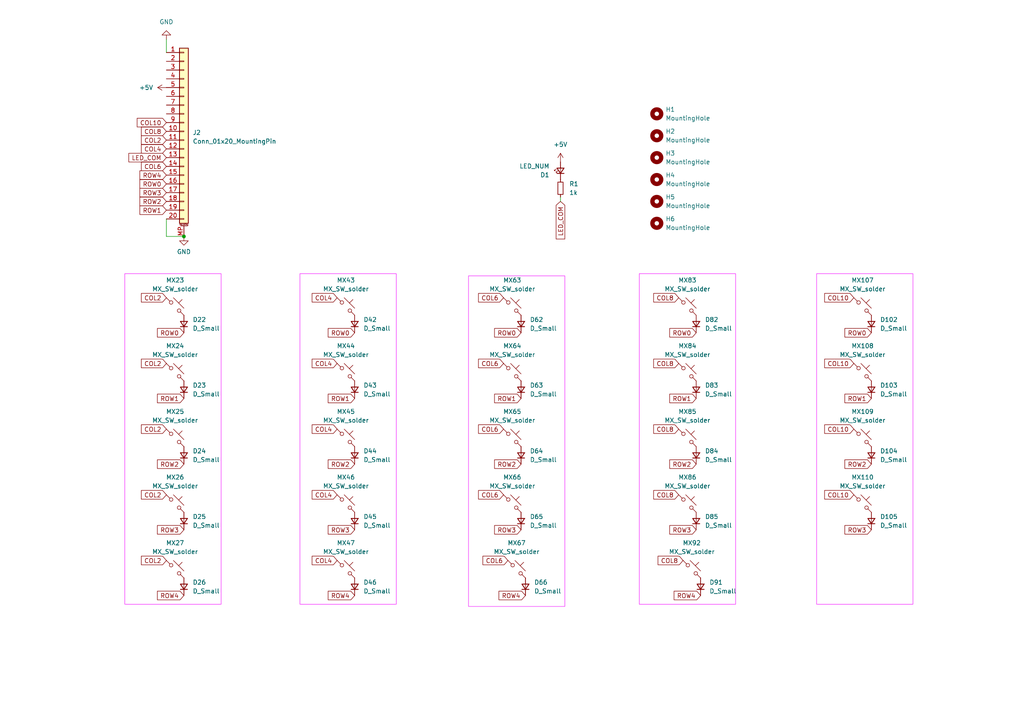
<source format=kicad_sch>
(kicad_sch (version 20231120) (generator "eeschema") (generator_version "8.0")
  (paper "A4")
  (lib_symbols
    (symbol "Connector_Generic_MountingPin:Conn_01x20_MountingPin" (pin_names (offset 1.016) hide)
      (property "Reference" "J" (at 0 25.4 0))
      (property "Value" "Conn_01x20_MountingPin" (at 1.27 -27.94 0))
      (symbol "Conn_01x20_MountingPin_1_1"
        (rectangle (start -1.27 -25.273) (end 0 -25.527) (stroke (width 0.1524)))
        (rectangle (start -1.27 -22.733) (end 0 -22.987) (stroke (width 0.1524)))
        (rectangle (start -1.27 -20.193) (end 0 -20.447) (stroke (width 0.1524)))
        (rectangle (start -1.27 -17.653) (end 0 -17.907) (stroke (width 0.1524)))
        (rectangle (start -1.27 -15.113) (end 0 -15.367) (stroke (width 0.1524)))
        (rectangle (start -1.27 -12.573) (end 0 -12.827) (stroke (width 0.1524)))
        (rectangle (start -1.27 -10.033) (end 0 -10.287) (stroke (width 0.1524)))
        (rectangle (start -1.27 -7.493) (end 0 -7.747) (stroke (width 0.1524)))
        (rectangle (start -1.27 -4.953) (end 0 -5.207) (stroke (width 0.1524)))
        (rectangle (start -1.27 -2.413) (end 0 -2.667) (stroke (width 0.1524)))
        (rectangle (start -1.27 0.127) (end 0 -0.127) (stroke (width 0.1524)))
        (rectangle (start -1.27 2.667) (end 0 2.413) (stroke (width 0.1524)))
        (rectangle (start -1.27 5.207) (end 0 4.953) (stroke (width 0.1524)))
        (rectangle (start -1.27 7.747) (end 0 7.493) (stroke (width 0.1524)))
        (rectangle (start -1.27 10.287) (end 0 10.033) (stroke (width 0.1524)))
        (rectangle (start -1.27 12.827) (end 0 12.573) (stroke (width 0.1524)))
        (rectangle (start -1.27 15.367) (end 0 15.113) (stroke (width 0.1524)))
        (rectangle (start -1.27 17.907) (end 0 17.653) (stroke (width 0.1524)))
        (rectangle (start -1.27 20.447) (end 0 20.193) (stroke (width 0.1524)))
        (rectangle (start -1.27 22.987) (end 0 22.733) (stroke (width 0.1524)))
        (rectangle (start -1.27 24.13) (end 1.27 -26.67) (stroke (width 0.254)) (fill (type background)))
        (polyline (pts (xy -1.016 -27.432) (xy 1.016 -27.432)) (stroke (width 0.1524)))
        (text "Mounting" (at 0 -27.051 0) (effects (font (size 0.381 0.381))))
        (pin passive line (at -5.08 22.86 0) (length 3.81) (name "Pin_1") (number "1"))
        (pin passive line (at -5.08 0 0) (length 3.81) (name "Pin_10") (number "10"))
        (pin passive line (at -5.08 -2.54 0) (length 3.81) (name "Pin_11") (number "11"))
        (pin passive line (at -5.08 -5.08 0) (length 3.81) (name "Pin_12") (number "12"))
        (pin passive line (at -5.08 -7.62 0) (length 3.81) (name "Pin_13") (number "13"))
        (pin passive line (at -5.08 -10.16 0) (length 3.81) (name "Pin_14") (number "14"))
        (pin passive line (at -5.08 -12.7 0) (length 3.81) (name "Pin_15") (number "15"))
        (pin passive line (at -5.08 -15.24 0) (length 3.81) (name "Pin_16") (number "16"))
        (pin passive line (at -5.08 -17.78 0) (length 3.81) (name "Pin_17") (number "17"))
        (pin passive line (at -5.08 -20.32 0) (length 3.81) (name "Pin_18") (number "18"))
        (pin passive line (at -5.08 -22.86 0) (length 3.81) (name "Pin_19") (number "19"))
        (pin passive line (at -5.08 20.32 0) (length 3.81) (name "Pin_2") (number "2"))
        (pin passive line (at -5.08 -25.4 0) (length 3.81) (name "Pin_20") (number "20"))
        (pin passive line (at -5.08 17.78 0) (length 3.81) (name "Pin_3") (number "3"))
        (pin passive line (at -5.08 15.24 0) (length 3.81) (name "Pin_4") (number "4"))
        (pin passive line (at -5.08 12.7 0) (length 3.81) (name "Pin_5") (number "5"))
        (pin passive line (at -5.08 10.16 0) (length 3.81) (name "Pin_6") (number "6"))
        (pin passive line (at -5.08 7.62 0) (length 3.81) (name "Pin_7") (number "7"))
        (pin passive line (at -5.08 5.08 0) (length 3.81) (name "Pin_8") (number "8"))
        (pin passive line (at -5.08 2.54 0) (length 3.81) (name "Pin_9") (number "9"))
        (pin passive line (at 0 -30.48 90) (length 3.048) (name "MountPin") (number "MP"))
      )
    )
    (symbol "Device:D_Small" (pin_numbers hide) (pin_names (offset 0.254) hide)
      (property "Reference" "D" (at -1.27 2.032 0))
      (property "Value" "D_Small" (at -3.81 -2.032 0))
      (symbol "D_Small_0_1"
        (polyline (pts (xy -0.762 -1.016) (xy -0.762 1.016)) (stroke (width 0.254)))
        (polyline (pts (xy -0.762 0) (xy 0.762 0)))
        (polyline (pts (xy 0.762 -1.016) (xy -0.762 0) (xy 0.762 1.016) (xy 0.762 -1.016)) (stroke (width 0.254)))
      )
      (symbol "D_Small_1_1"
        (pin passive line (at -2.54 0 0) (length 1.778) (name "K") (number "1"))
        (pin passive line (at 2.54 0 180) (length 1.778) (name "A") (number "2"))
      )
    )
    (symbol "Device:LED_Small" (pin_numbers hide) (pin_names (offset 0.254) hide)
      (property "Reference" "D" (at -1.27 3.175 0))
      (property "Value" "LED_Small" (at -4.445 -2.54 0))
      (symbol "LED_Small_0_1"
        (polyline (pts (xy -0.762 -1.016) (xy -0.762 1.016)) (stroke (width 0.254)))
        (polyline (pts (xy 1.016 0) (xy -0.762 0)))
        (polyline (pts (xy 0.762 -1.016) (xy -0.762 0) (xy 0.762 1.016) (xy 0.762 -1.016)) (stroke (width 0.254)))
        (polyline (pts (xy 0 0.762) (xy -0.508 1.27) (xy -0.254 1.27) (xy -0.508 1.27) (xy -0.508 1.016)))
        (polyline (pts (xy 0.508 1.27) (xy 0 1.778) (xy 0.254 1.778) (xy 0 1.778) (xy 0 1.524)))
      )
      (symbol "LED_Small_1_1"
        (pin passive line (at -2.54 0 0) (length 1.778) (name "K") (number "1"))
        (pin passive line (at 2.54 0 180) (length 1.778) (name "A") (number "2"))
      )
    )
    (symbol "Device:R_Small" (pin_numbers hide) (pin_names (offset 0.254) hide)
      (property "Reference" "R" (at 0.762 0.508 0))
      (property "Value" "R_Small" (at 0.762 -1.016 0))
      (symbol "R_Small_0_1"
        (rectangle (start -0.762 1.778) (end 0.762 -1.778) (stroke (width 0.2032)))
      )
      (symbol "R_Small_1_1"
        (pin passive line (at 0 2.54 270) (length 0.762) (name "~") (number "1"))
        (pin passive line (at 0 -2.54 90) (length 0.762) (name "~") (number "2"))
      )
    )
    (symbol "Mechanical:MountingHole" (pin_names (offset 1.016)) (exclude_from_sim yes) (in_bom no)
      (property "Reference" "H" (at 0 5.08 0))
      (property "Value" "MountingHole" (at 0 3.175 0))
      (symbol "MountingHole_0_1"
        (circle (center 0 0) (radius 1.27) (stroke (width 1.27)))
      )
    )
    (symbol "PCM_marbastlib-mx:MX_SW_solder" (pin_numbers hide) (pin_names (offset 1.016) hide)
      (property "Reference" "MX" (at 3.048 1.016 0))
      (property "Value" "MX_SW_solder" (at 0 -3.81 0))
      (symbol "MX_SW_solder_0_1"
        (circle (center -1.1684 1.1684) (radius 0.508))
        (polyline (pts (xy -0.508 2.54) (xy 2.54 -0.508)))
        (polyline (pts (xy 1.016 1.016) (xy 2.032 2.032)))
        (polyline (pts (xy -2.54 2.54) (xy -1.524 1.524) (xy -1.524 1.524)))
        (polyline (pts (xy 1.524 -1.524) (xy 2.54 -2.54) (xy 2.54 -2.54) (xy 2.54 -2.54)))
        (circle (center 1.143 -1.1938) (radius 0.508))
        (pin passive line (at -2.54 2.54 0) (length 0) (name "1") (number "1"))
        (pin passive line (at 2.54 -2.54 180) (length 0) (name "2") (number "2"))
      )
    )
    (symbol "power:+5V" (power) (pin_names (offset 0))
      (property "Value" "+5V" (at 0 3.556 0))
      (symbol "+5V_0_1"
        (polyline (pts (xy -0.762 1.27) (xy 0 2.54)))
        (polyline (pts (xy 0 0) (xy 0 2.54)))
        (polyline (pts (xy 0 2.54) (xy 0.762 1.27)))
      )
      (symbol "+5V_1_1"
        (pin power_in line (at 0 0 90) (length 0) hide (name "+5V") (number "1"))
      )
    )
    (symbol "power:GND" (power) (pin_names (offset 0))
      (property "Value" "GND" (at 0 -3.81 0))
      (symbol "GND_0_1"
        (polyline (pts (xy 0 0) (xy 0 -1.27) (xy 1.27 -1.27) (xy 0 -2.54) (xy -1.27 -1.27) (xy 0 -1.27)))
      )
      (symbol "GND_1_1"
        (pin power_in line (at 0 0 270) (length 0) hide (name "GND") (number "1"))
      )
    )
  )
  (junction (at 53.34 68.58))
  (wire (pts (xy 162.56 57.15) (xy 162.56 58.42)))
  (wire (pts (xy 48.26 11.43) (xy 48.26 15.24)))
  (wire (pts (xy 48.26 68.58) (xy 53.34 68.58)))
  (wire (pts (xy 48.26 63.5) (xy 48.26 68.58)))
  (rectangle (start 185.42 79.375) (end 213.36 175.26) (stroke (width 0) (color 243 46 255 1)))
  (rectangle (start 236.855 79.375) (end 264.795 175.26) (stroke (width 0) (color 243 46 255 1)))
  (rectangle (start 86.995 79.375) (end 114.935 175.26) (stroke (width 0) (color 243 46 255 1)))
  (rectangle (start 135.89 80.01) (end 163.83 175.895) (stroke (width 0) (color 243 46 255 1)))
  (rectangle (start 36.195 79.375) (end 64.135 175.26) (stroke (width 0) (color 243 46 255 1)))
  (global_label "ROW0" (shape input) (at 48.26 53.34 180) (property "Intersheetrefs" "${INTERSHEET_REFS}" (effects (hide yes))))
  (global_label "LED_COM" (shape input) (at 48.26 45.72 180) (property "Intersheetrefs" "${INTERSHEET_REFS}" (effects (hide yes))))
  (global_label "COL2" (shape input) (at 48.26 124.46 180) (property "Intersheetrefs" "${INTERSHEET_REFS}" (effects (hide yes))))
  (global_label "COL6" (shape input) (at 147.32 162.56 180) (property "Intersheetrefs" "${INTERSHEET_REFS}" (effects (hide yes))))
  (global_label "ROW1" (shape input) (at 53.34 115.57 180) (property "Intersheetrefs" "${INTERSHEET_REFS}" (effects (hide yes))))
  (global_label "ROW3" (shape input) (at 151.13 153.67 180) (property "Intersheetrefs" "${INTERSHEET_REFS}" (effects (hide yes))))
  (global_label "ROW0" (shape input) (at 201.93 96.52 180) (property "Intersheetrefs" "${INTERSHEET_REFS}" (effects (hide yes))))
  (global_label "ROW1" (shape input) (at 48.26 60.96 180) (property "Intersheetrefs" "${INTERSHEET_REFS}" (effects (hide yes))))
  (global_label "ROW4" (shape input) (at 48.26 50.8 180) (property "Intersheetrefs" "${INTERSHEET_REFS}" (effects (hide yes))))
  (global_label "ROW2" (shape input) (at 252.73 134.62 180) (property "Intersheetrefs" "${INTERSHEET_REFS}" (effects (hide yes))))
  (global_label "ROW4" (shape input) (at 152.4 172.72 180) (property "Intersheetrefs" "${INTERSHEET_REFS}" (effects (hide yes))))
  (global_label "ROW3" (shape input) (at 252.73 153.67 180) (property "Intersheetrefs" "${INTERSHEET_REFS}" (effects (hide yes))))
  (global_label "ROW2" (shape input) (at 151.13 134.62 180) (property "Intersheetrefs" "${INTERSHEET_REFS}" (effects (hide yes))))
  (global_label "LED_COM" (shape input) (at 162.56 58.42 270) (property "Intersheetrefs" "${INTERSHEET_REFS}" (effects (hide yes))))
  (global_label "ROW4" (shape input) (at 53.34 172.72 180) (property "Intersheetrefs" "${INTERSHEET_REFS}" (effects (hide yes))))
  (global_label "COL4" (shape input) (at 97.79 162.56 180) (property "Intersheetrefs" "${INTERSHEET_REFS}" (effects (hide yes))))
  (global_label "COL6" (shape input) (at 146.05 105.41 180) (property "Intersheetrefs" "${INTERSHEET_REFS}" (effects (hide yes))))
  (global_label "COL4" (shape input) (at 97.79 86.36 180) (property "Intersheetrefs" "${INTERSHEET_REFS}" (effects (hide yes))))
  (global_label "COL10" (shape input) (at 247.65 86.36 180) (property "Intersheetrefs" "${INTERSHEET_REFS}" (effects (hide yes))))
  (global_label "COL6" (shape input) (at 146.05 86.36 180) (property "Intersheetrefs" "${INTERSHEET_REFS}" (effects (hide yes))))
  (global_label "COL2" (shape input) (at 48.26 162.56 180) (property "Intersheetrefs" "${INTERSHEET_REFS}" (effects (hide yes))))
  (global_label "COL10" (shape input) (at 48.26 35.56 180) (property "Intersheetrefs" "${INTERSHEET_REFS}" (effects (hide yes))))
  (global_label "COL4" (shape input) (at 97.79 143.51 180) (property "Intersheetrefs" "${INTERSHEET_REFS}" (effects (hide yes))))
  (global_label "COL4" (shape input) (at 48.26 43.18 180) (property "Intersheetrefs" "${INTERSHEET_REFS}" (effects (hide yes))))
  (global_label "ROW0" (shape input) (at 53.34 96.52 180) (property "Intersheetrefs" "${INTERSHEET_REFS}" (effects (hide yes))))
  (global_label "COL10" (shape input) (at 247.65 105.41 180) (property "Intersheetrefs" "${INTERSHEET_REFS}" (effects (hide yes))))
  (global_label "ROW3" (shape input) (at 53.34 153.67 180) (property "Intersheetrefs" "${INTERSHEET_REFS}" (effects (hide yes))))
  (global_label "COL8" (shape input) (at 198.12 162.56 180) (property "Intersheetrefs" "${INTERSHEET_REFS}" (effects (hide yes))))
  (global_label "ROW3" (shape input) (at 48.26 55.88 180) (property "Intersheetrefs" "${INTERSHEET_REFS}" (effects (hide yes))))
  (global_label "ROW0" (shape input) (at 151.13 96.52 180) (property "Intersheetrefs" "${INTERSHEET_REFS}" (effects (hide yes))))
  (global_label "ROW0" (shape input) (at 102.87 96.52 180) (property "Intersheetrefs" "${INTERSHEET_REFS}" (effects (hide yes))))
  (global_label "COL4" (shape input) (at 97.79 105.41 180) (property "Intersheetrefs" "${INTERSHEET_REFS}" (effects (hide yes))))
  (global_label "COL8" (shape input) (at 196.85 143.51 180) (property "Intersheetrefs" "${INTERSHEET_REFS}" (effects (hide yes))))
  (global_label "COL6" (shape input) (at 48.26 48.26 180) (property "Intersheetrefs" "${INTERSHEET_REFS}" (effects (hide yes))))
  (global_label "ROW0" (shape input) (at 252.73 96.52 180) (property "Intersheetrefs" "${INTERSHEET_REFS}" (effects (hide yes))))
  (global_label "COL6" (shape input) (at 146.05 143.51 180) (property "Intersheetrefs" "${INTERSHEET_REFS}" (effects (hide yes))))
  (global_label "COL6" (shape input) (at 146.05 124.46 180) (property "Intersheetrefs" "${INTERSHEET_REFS}" (effects (hide yes))))
  (global_label "COL8" (shape input) (at 196.85 86.36 180) (property "Intersheetrefs" "${INTERSHEET_REFS}" (effects (hide yes))))
  (global_label "ROW2" (shape input) (at 53.34 134.62 180) (property "Intersheetrefs" "${INTERSHEET_REFS}" (effects (hide yes))))
  (global_label "ROW1" (shape input) (at 102.87 115.57 180) (property "Intersheetrefs" "${INTERSHEET_REFS}" (effects (hide yes))))
  (global_label "COL10" (shape input) (at 247.65 124.46 180) (property "Intersheetrefs" "${INTERSHEET_REFS}" (effects (hide yes))))
  (global_label "ROW2" (shape input) (at 201.93 134.62 180) (property "Intersheetrefs" "${INTERSHEET_REFS}" (effects (hide yes))))
  (global_label "COL4" (shape input) (at 97.79 124.46 180) (property "Intersheetrefs" "${INTERSHEET_REFS}" (effects (hide yes))))
  (global_label "ROW3" (shape input) (at 102.87 153.67 180) (property "Intersheetrefs" "${INTERSHEET_REFS}" (effects (hide yes))))
  (global_label "ROW1" (shape input) (at 252.73 115.57 180) (property "Intersheetrefs" "${INTERSHEET_REFS}" (effects (hide yes))))
  (global_label "ROW2" (shape input) (at 48.26 58.42 180) (property "Intersheetrefs" "${INTERSHEET_REFS}" (effects (hide yes))))
  (global_label "COL2" (shape input) (at 48.26 40.64 180) (property "Intersheetrefs" "${INTERSHEET_REFS}" (effects (hide yes))))
  (global_label "ROW2" (shape input) (at 102.87 134.62 180) (property "Intersheetrefs" "${INTERSHEET_REFS}" (effects (hide yes))))
  (global_label "COL2" (shape input) (at 48.26 143.51 180) (property "Intersheetrefs" "${INTERSHEET_REFS}" (effects (hide yes))))
  (global_label "COL10" (shape input) (at 247.65 143.51 180) (property "Intersheetrefs" "${INTERSHEET_REFS}" (effects (hide yes))))
  (global_label "COL2" (shape input) (at 48.26 86.36 180) (property "Intersheetrefs" "${INTERSHEET_REFS}" (effects (hide yes))))
  (global_label "ROW4" (shape input) (at 102.87 172.72 180) (property "Intersheetrefs" "${INTERSHEET_REFS}" (effects (hide yes))))
  (global_label "ROW4" (shape input) (at 203.2 172.72 180) (property "Intersheetrefs" "${INTERSHEET_REFS}" (effects (hide yes))))
  (global_label "COL8" (shape input) (at 196.85 124.46 180) (property "Intersheetrefs" "${INTERSHEET_REFS}" (effects (hide yes))))
  (global_label "ROW3" (shape input) (at 201.93 153.67 180) (property "Intersheetrefs" "${INTERSHEET_REFS}" (effects (hide yes))))
  (global_label "COL8" (shape input) (at 48.26 38.1 180) (property "Intersheetrefs" "${INTERSHEET_REFS}" (effects (hide yes))))
  (global_label "ROW1" (shape input) (at 151.13 115.57 180) (property "Intersheetrefs" "${INTERSHEET_REFS}" (effects (hide yes))))
  (global_label "COL2" (shape input) (at 48.26 105.41 180) (property "Intersheetrefs" "${INTERSHEET_REFS}" (effects (hide yes))))
  (global_label "COL8" (shape input) (at 196.85 105.41 180) (property "Intersheetrefs" "${INTERSHEET_REFS}" (effects (hide yes))))
  (global_label "ROW1" (shape input) (at 201.93 115.57 180) (property "Intersheetrefs" "${INTERSHEET_REFS}" (effects (hide yes))))
  (symbol (lib_id "Device:D_Small") (at 201.93 132.08 90) (unit 1)
    (property "Reference" "D84" (at 204.47 130.8099 90) (effects (justify right)))
    (property "Value" "D_Small" (at 204.47 133.3499 90) (effects (justify right)))
    (property "Footprint" "mx-unsaver:D_SOD-123_ShiftedSilkscreen" (effects (hide yes)))
    (property "Description" "Diode, small symbol" (effects (hide yes)))
    (property "Sim.Device" "D" (effects (hide yes)))
    (property "Sim.Pins" "1=K 2=A" (effects (hide yes)))
    (property "Digikey" "1N4148W-FDICT-ND" (effects (hide yes)))
  )
  (symbol (lib_id "Device:D_Small") (at 151.13 113.03 90) (unit 1)
    (property "Reference" "D63" (at 153.67 111.7599 90) (effects (justify right)))
    (property "Value" "D_Small" (at 153.67 114.2999 90) (effects (justify right)))
    (property "Footprint" "mx-unsaver:D_SOD-123_ShiftedSilkscreen" (effects (hide yes)))
    (property "Description" "Diode, small symbol" (effects (hide yes)))
    (property "Sim.Device" "D" (effects (hide yes)))
    (property "Sim.Pins" "1=K 2=A" (effects (hide yes)))
    (property "Digikey" "1N4148W-FDICT-ND" (effects (hide yes)))
  )
  (symbol (lib_id "Connector_Generic_MountingPin:Conn_01x20_MountingPin") (at 53.34 38.1 0) (unit 1)
    (property "Reference" "J2" (at 55.88 38.4555 0) (effects (justify left)))
    (property "Value" "Conn_01x20_MountingPin" (at 55.88 40.9955 0) (effects (justify left)))
    (property "Footprint" "mx-unsaver:CONN-SMD_20P-P0.50_10051922-2010ELF" (effects (hide yes)))
    (property "Description" "Generic connectable mounting pin connector, single row, 01x20, script generated (kicad-library-utils/schlib/autogen/connector/)" (effects (hide yes)))
    (property "Digikey" "609-10051922-2010ELFCT-ND" (effects (hide yes)))
  )
  (symbol (lib_id "PCM_marbastlib-mx:MX_SW_solder") (at 50.8 165.1 0) (unit 1)
    (property "Reference" "MX27" (at 50.8 157.48 0))
    (property "Value" "MX_SW_solder" (at 50.8 160.02 0))
    (property "Footprint" "mx-unsaver:SW_MX_1u_PCBMount" (effects (hide yes)))
    (property "Description" "Push button switch, normally open, two pins, 45° tilted" (effects (hide yes)))
  )
  (symbol (lib_id "Device:D_Small") (at 151.13 132.08 90) (unit 1)
    (property "Reference" "D64" (at 153.67 130.8099 90) (effects (justify right)))
    (property "Value" "D_Small" (at 153.67 133.3499 90) (effects (justify right)))
    (property "Footprint" "mx-unsaver:D_SOD-123_ShiftedSilkscreen" (effects (hide yes)))
    (property "Description" "Diode, small symbol" (effects (hide yes)))
    (property "Sim.Device" "D" (effects (hide yes)))
    (property "Sim.Pins" "1=K 2=A" (effects (hide yes)))
    (property "Digikey" "1N4148W-FDICT-ND" (effects (hide yes)))
  )
  (symbol (lib_id "PCM_marbastlib-mx:MX_SW_solder") (at 100.33 165.1 0) (unit 1)
    (property "Reference" "MX47" (at 100.33 157.48 0))
    (property "Value" "MX_SW_solder" (at 100.33 160.02 0))
    (property "Footprint" "mx-unsaver:SW_MX_1u_PCBMount" (effects (hide yes)))
    (property "Description" "Push button switch, normally open, two pins, 45° tilted" (effects (hide yes)))
  )
  (symbol (lib_id "Device:D_Small") (at 252.73 93.98 90) (unit 1)
    (property "Reference" "D102" (at 255.27 92.7099 90) (effects (justify right)))
    (property "Value" "D_Small" (at 255.27 95.2499 90) (effects (justify right)))
    (property "Footprint" "mx-unsaver:D_SOD-123_ShiftedSilkscreen" (effects (hide yes)))
    (property "Description" "Diode, small symbol" (effects (hide yes)))
    (property "Sim.Device" "D" (effects (hide yes)))
    (property "Sim.Pins" "1=K 2=A" (effects (hide yes)))
    (property "Digikey" "1N4148W-FDICT-ND" (effects (hide yes)))
  )
  (symbol (lib_id "Device:D_Small") (at 53.34 93.98 90) (unit 1)
    (property "Reference" "D22" (at 55.88 92.7099 90) (effects (justify right)))
    (property "Value" "D_Small" (at 55.88 95.2499 90) (effects (justify right)))
    (property "Footprint" "mx-unsaver:D_SOD-123_ShiftedSilkscreen" (effects (hide yes)))
    (property "Description" "Diode, small symbol" (effects (hide yes)))
    (property "Sim.Device" "D" (effects (hide yes)))
    (property "Sim.Pins" "1=K 2=A" (effects (hide yes)))
    (property "Digikey" "1N4148W-FDICT-ND" (effects (hide yes)))
  )
  (symbol (lib_id "PCM_marbastlib-mx:MX_SW_solder") (at 250.19 146.05 0) (unit 1)
    (property "Reference" "MX110" (at 250.19 138.43 0))
    (property "Value" "MX_SW_solder" (at 250.19 140.97 0))
    (property "Footprint" "mx-unsaver:SW_MX_1u_PCBMount" (effects (hide yes)))
    (property "Description" "Push button switch, normally open, two pins, 45° tilted" (effects (hide yes)))
  )
  (symbol (lib_id "PCM_marbastlib-mx:MX_SW_solder") (at 199.39 88.9 0) (unit 1)
    (property "Reference" "MX83" (at 199.39 81.28 0))
    (property "Value" "MX_SW_solder" (at 199.39 83.82 0))
    (property "Footprint" "mx-unsaver:SW_MX_1u_PCBMount" (effects (hide yes)))
    (property "Description" "Push button switch, normally open, two pins, 45° tilted" (effects (hide yes)))
  )
  (symbol (lib_id "PCM_marbastlib-mx:MX_SW_solder") (at 100.33 127 0) (unit 1)
    (property "Reference" "MX45" (at 100.33 119.38 0))
    (property "Value" "MX_SW_solder" (at 100.33 121.92 0))
    (property "Footprint" "mx-unsaver:SW_MX_1u_PCBMount" (effects (hide yes)))
    (property "Description" "Push button switch, normally open, two pins, 45° tilted" (effects (hide yes)))
  )
  (symbol (lib_id "PCM_marbastlib-mx:MX_SW_solder") (at 100.33 107.95 0) (unit 1)
    (property "Reference" "MX44" (at 100.33 100.33 0))
    (property "Value" "MX_SW_solder" (at 100.33 102.87 0))
    (property "Footprint" "mx-unsaver:SW_MX_1u_PCBMount" (effects (hide yes)))
    (property "Description" "Push button switch, normally open, two pins, 45° tilted" (effects (hide yes)))
  )
  (symbol (lib_id "Device:D_Small") (at 151.13 93.98 90) (unit 1)
    (property "Reference" "D62" (at 153.67 92.7099 90) (effects (justify right)))
    (property "Value" "D_Small" (at 153.67 95.2499 90) (effects (justify right)))
    (property "Footprint" "mx-unsaver:D_SOD-123_ShiftedSilkscreen" (effects (hide yes)))
    (property "Description" "Diode, small symbol" (effects (hide yes)))
    (property "Sim.Device" "D" (effects (hide yes)))
    (property "Sim.Pins" "1=K 2=A" (effects (hide yes)))
    (property "Digikey" "1N4148W-FDICT-ND" (effects (hide yes)))
  )
  (symbol (lib_id "Device:D_Small") (at 203.2 170.18 90) (unit 1)
    (property "Reference" "D91" (at 205.74 168.9099 90) (effects (justify right)))
    (property "Value" "D_Small" (at 205.74 171.4499 90) (effects (justify right)))
    (property "Footprint" "mx-unsaver:D_SOD-123_ShiftedSilkscreen" (effects (hide yes)))
    (property "Description" "Diode, small symbol" (effects (hide yes)))
    (property "Sim.Device" "D" (effects (hide yes)))
    (property "Sim.Pins" "1=K 2=A" (effects (hide yes)))
    (property "Digikey" "1N4148W-FDICT-ND" (effects (hide yes)))
  )
  (symbol (lib_id "Mechanical:MountingHole") (at 190.5 64.77 0) (unit 1) (exclude_from_sim yes) (in_bom no)
    (property "Reference" "H6" (at 193.04 63.4999 0) (effects (justify left)))
    (property "Value" "MountingHole" (at 193.04 66.0399 0) (effects (justify left)))
    (property "Footprint" "MountingHole:MountingHole_2.7mm_M2.5" (effects (hide yes)))
    (property "Description" "Mounting Hole without connection" (effects (hide yes)))
  )
  (symbol (lib_id "Device:D_Small") (at 53.34 151.13 90) (unit 1)
    (property "Reference" "D25" (at 55.88 149.8599 90) (effects (justify right)))
    (property "Value" "D_Small" (at 55.88 152.3999 90) (effects (justify right)))
    (property "Footprint" "mx-unsaver:D_SOD-123_ShiftedSilkscreen" (effects (hide yes)))
    (property "Description" "Diode, small symbol" (effects (hide yes)))
    (property "Sim.Device" "D" (effects (hide yes)))
    (property "Sim.Pins" "1=K 2=A" (effects (hide yes)))
    (property "Digikey" "1N4148W-FDICT-ND" (effects (hide yes)))
  )
  (symbol (lib_id "Device:D_Small") (at 252.73 151.13 90) (unit 1)
    (property "Reference" "D105" (at 255.27 149.8599 90) (effects (justify right)))
    (property "Value" "D_Small" (at 255.27 152.3999 90) (effects (justify right)))
    (property "Footprint" "mx-unsaver:D_SOD-123_ShiftedSilkscreen" (effects (hide yes)))
    (property "Description" "Diode, small symbol" (effects (hide yes)))
    (property "Sim.Device" "D" (effects (hide yes)))
    (property "Sim.Pins" "1=K 2=A" (effects (hide yes)))
    (property "Digikey" "1N4148W-FDICT-ND" (effects (hide yes)))
  )
  (symbol (lib_id "PCM_marbastlib-mx:MX_SW_solder") (at 250.19 127 0) (unit 1)
    (property "Reference" "MX109" (at 250.19 119.38 0))
    (property "Value" "MX_SW_solder" (at 250.19 121.92 0))
    (property "Footprint" "mx-unsaver:SW_MX_1u_PCBMount" (effects (hide yes)))
    (property "Description" "Push button switch, normally open, two pins, 45° tilted" (effects (hide yes)))
  )
  (symbol (lib_id "PCM_marbastlib-mx:MX_SW_solder") (at 148.59 146.05 0) (unit 1)
    (property "Reference" "MX66" (at 148.59 138.43 0))
    (property "Value" "MX_SW_solder" (at 148.59 140.97 0))
    (property "Footprint" "mx-unsaver:SW_MX_1u_PCBMount" (effects (hide yes)))
    (property "Description" "Push button switch, normally open, two pins, 45° tilted" (effects (hide yes)))
  )
  (symbol (lib_id "PCM_marbastlib-mx:MX_SW_solder") (at 250.19 107.95 0) (unit 1)
    (property "Reference" "MX108" (at 250.19 100.33 0))
    (property "Value" "MX_SW_solder" (at 250.19 102.87 0))
    (property "Footprint" "mx-unsaver:SW_MX_1u_PCBMount" (effects (hide yes)))
    (property "Description" "Push button switch, normally open, two pins, 45° tilted" (effects (hide yes)))
  )
  (symbol (lib_id "PCM_marbastlib-mx:MX_SW_solder") (at 148.59 88.9 0) (unit 1)
    (property "Reference" "MX63" (at 148.59 81.28 0))
    (property "Value" "MX_SW_solder" (at 148.59 83.82 0))
    (property "Footprint" "mx-unsaver:SW_MX_1u_PCBMount" (effects (hide yes)))
    (property "Description" "Push button switch, normally open, two pins, 45° tilted" (effects (hide yes)))
  )
  (symbol (lib_id "power:+5V") (at 162.56 46.99 0) (mirror y) (unit 1)
    (property "Reference" "#PWR01" (effects (hide yes)))
    (property "Value" "+5V" (at 162.56 41.91 0))
  )
  (symbol (lib_id "Device:D_Small") (at 102.87 132.08 90) (unit 1)
    (property "Reference" "D44" (at 105.41 130.8099 90) (effects (justify right)))
    (property "Value" "D_Small" (at 105.41 133.3499 90) (effects (justify right)))
    (property "Footprint" "mx-unsaver:D_SOD-123_ShiftedSilkscreen" (effects (hide yes)))
    (property "Description" "Diode, small symbol" (effects (hide yes)))
    (property "Sim.Device" "D" (effects (hide yes)))
    (property "Sim.Pins" "1=K 2=A" (effects (hide yes)))
    (property "Digikey" "1N4148W-FDICT-ND" (effects (hide yes)))
  )
  (symbol (lib_id "Mechanical:MountingHole") (at 190.5 58.42 0) (unit 1) (exclude_from_sim yes) (in_bom no)
    (property "Reference" "H5" (at 193.04 57.1499 0) (effects (justify left)))
    (property "Value" "MountingHole" (at 193.04 59.6899 0) (effects (justify left)))
    (property "Footprint" "MountingHole:MountingHole_2.7mm_M2.5" (effects (hide yes)))
    (property "Description" "Mounting Hole without connection" (effects (hide yes)))
  )
  (symbol (lib_id "Device:D_Small") (at 53.34 132.08 90) (unit 1)
    (property "Reference" "D24" (at 55.88 130.8099 90) (effects (justify right)))
    (property "Value" "D_Small" (at 55.88 133.3499 90) (effects (justify right)))
    (property "Footprint" "mx-unsaver:D_SOD-123_ShiftedSilkscreen" (effects (hide yes)))
    (property "Description" "Diode, small symbol" (effects (hide yes)))
    (property "Sim.Device" "D" (effects (hide yes)))
    (property "Sim.Pins" "1=K 2=A" (effects (hide yes)))
    (property "Digikey" "1N4148W-FDICT-ND" (effects (hide yes)))
  )
  (symbol (lib_id "PCM_marbastlib-mx:MX_SW_solder") (at 199.39 107.95 0) (unit 1)
    (property "Reference" "MX84" (at 199.39 100.33 0))
    (property "Value" "MX_SW_solder" (at 199.39 102.87 0))
    (property "Footprint" "mx-unsaver:SW_MX_1u_PCBMount" (effects (hide yes)))
    (property "Description" "Push button switch, normally open, two pins, 45° tilted" (effects (hide yes)))
  )
  (symbol (lib_id "PCM_marbastlib-mx:MX_SW_solder") (at 200.66 165.1 0) (unit 1)
    (property "Reference" "MX92" (at 200.66 157.48 0))
    (property "Value" "MX_SW_solder" (at 200.66 160.02 0))
    (property "Footprint" "mx-unsaver:SW_MX_1u_PCBMount" (effects (hide yes)))
    (property "Description" "Push button switch, normally open, two pins, 45° tilted" (effects (hide yes)))
  )
  (symbol (lib_id "PCM_marbastlib-mx:MX_SW_solder") (at 50.8 146.05 0) (unit 1)
    (property "Reference" "MX26" (at 50.8 138.43 0))
    (property "Value" "MX_SW_solder" (at 50.8 140.97 0))
    (property "Footprint" "mx-unsaver:SW_MX_1u_PCBMount" (effects (hide yes)))
    (property "Description" "Push button switch, normally open, two pins, 45° tilted" (effects (hide yes)))
  )
  (symbol (lib_id "Device:D_Small") (at 53.34 113.03 90) (unit 1)
    (property "Reference" "D23" (at 55.88 111.7599 90) (effects (justify right)))
    (property "Value" "D_Small" (at 55.88 114.2999 90) (effects (justify right)))
    (property "Footprint" "mx-unsaver:D_SOD-123_ShiftedSilkscreen" (effects (hide yes)))
    (property "Description" "Diode, small symbol" (effects (hide yes)))
    (property "Sim.Device" "D" (effects (hide yes)))
    (property "Sim.Pins" "1=K 2=A" (effects (hide yes)))
    (property "Digikey" "1N4148W-FDICT-ND" (effects (hide yes)))
  )
  (symbol (lib_id "power:GND") (at 48.26 11.43 180) (unit 1)
    (property "Reference" "#PWR02" (effects (hide yes)))
    (property "Value" "GND" (at 48.26 6.35 0))
  )
  (symbol (lib_id "power:GND") (at 53.34 68.58 0) (unit 1)
    (property "Reference" "#PWR04" (effects (hide yes)))
    (property "Value" "GND" (at 53.34 73.025 0))
  )
  (symbol (lib_id "PCM_marbastlib-mx:MX_SW_solder") (at 199.39 127 0) (unit 1)
    (property "Reference" "MX85" (at 199.39 119.38 0))
    (property "Value" "MX_SW_solder" (at 199.39 121.92 0))
    (property "Footprint" "mx-unsaver:SW_MX_1u_PCBMount" (effects (hide yes)))
    (property "Description" "Push button switch, normally open, two pins, 45° tilted" (effects (hide yes)))
  )
  (symbol (lib_id "PCM_marbastlib-mx:MX_SW_solder") (at 100.33 146.05 0) (unit 1)
    (property "Reference" "MX46" (at 100.33 138.43 0))
    (property "Value" "MX_SW_solder" (at 100.33 140.97 0))
    (property "Footprint" "mx-unsaver:SW_MX_1u_PCBMount" (effects (hide yes)))
    (property "Description" "Push button switch, normally open, two pins, 45° tilted" (effects (hide yes)))
  )
  (symbol (lib_id "Mechanical:MountingHole") (at 190.5 33.02 0) (unit 1) (exclude_from_sim yes) (in_bom no)
    (property "Reference" "H1" (at 193.04 31.7499 0) (effects (justify left)))
    (property "Value" "MountingHole" (at 193.04 34.2899 0) (effects (justify left)))
    (property "Footprint" "MountingHole:MountingHole_2.7mm_M2.5" (effects (hide yes)))
    (property "Description" "Mounting Hole without connection" (effects (hide yes)))
  )
  (symbol (lib_id "Device:D_Small") (at 201.93 113.03 90) (unit 1)
    (property "Reference" "D83" (at 204.47 111.7599 90) (effects (justify right)))
    (property "Value" "D_Small" (at 204.47 114.2999 90) (effects (justify right)))
    (property "Footprint" "mx-unsaver:D_SOD-123_ShiftedSilkscreen" (effects (hide yes)))
    (property "Description" "Diode, small symbol" (effects (hide yes)))
    (property "Sim.Device" "D" (effects (hide yes)))
    (property "Sim.Pins" "1=K 2=A" (effects (hide yes)))
    (property "Digikey" "1N4148W-FDICT-ND" (effects (hide yes)))
  )
  (symbol (lib_id "Device:D_Small") (at 252.73 132.08 90) (unit 1)
    (property "Reference" "D104" (at 255.27 130.8099 90) (effects (justify right)))
    (property "Value" "D_Small" (at 255.27 133.3499 90) (effects (justify right)))
    (property "Footprint" "mx-unsaver:D_SOD-123_ShiftedSilkscreen" (effects (hide yes)))
    (property "Description" "Diode, small symbol" (effects (hide yes)))
    (property "Sim.Device" "D" (effects (hide yes)))
    (property "Sim.Pins" "1=K 2=A" (effects (hide yes)))
    (property "Digikey" "1N4148W-FDICT-ND" (effects (hide yes)))
  )
  (symbol (lib_id "Device:D_Small") (at 102.87 113.03 90) (unit 1)
    (property "Reference" "D43" (at 105.41 111.7599 90) (effects (justify right)))
    (property "Value" "D_Small" (at 105.41 114.2999 90) (effects (justify right)))
    (property "Footprint" "mx-unsaver:D_SOD-123_ShiftedSilkscreen" (effects (hide yes)))
    (property "Description" "Diode, small symbol" (effects (hide yes)))
    (property "Sim.Device" "D" (effects (hide yes)))
    (property "Sim.Pins" "1=K 2=A" (effects (hide yes)))
    (property "Digikey" "1N4148W-FDICT-ND" (effects (hide yes)))
  )
  (symbol (lib_id "Device:D_Small") (at 53.34 170.18 90) (unit 1)
    (property "Reference" "D26" (at 55.88 168.9099 90) (effects (justify right)))
    (property "Value" "D_Small" (at 55.88 171.4499 90) (effects (justify right)))
    (property "Footprint" "mx-unsaver:D_SOD-123_ShiftedSilkscreen" (effects (hide yes)))
    (property "Description" "Diode, small symbol" (effects (hide yes)))
    (property "Sim.Device" "D" (effects (hide yes)))
    (property "Sim.Pins" "1=K 2=A" (effects (hide yes)))
    (property "Digikey" "1N4148W-FDICT-ND" (effects (hide yes)))
  )
  (symbol (lib_id "Mechanical:MountingHole") (at 190.5 45.72 0) (unit 1) (exclude_from_sim yes) (in_bom no)
    (property "Reference" "H3" (at 193.04 44.4499 0) (effects (justify left)))
    (property "Value" "MountingHole" (at 193.04 46.9899 0) (effects (justify left)))
    (property "Footprint" "MountingHole:MountingHole_2.7mm_M2.5" (effects (hide yes)))
    (property "Description" "Mounting Hole without connection" (effects (hide yes)))
  )
  (symbol (lib_id "PCM_marbastlib-mx:MX_SW_solder") (at 199.39 146.05 0) (unit 1)
    (property "Reference" "MX86" (at 199.39 138.43 0))
    (property "Value" "MX_SW_solder" (at 199.39 140.97 0))
    (property "Footprint" "mx-unsaver:SW_MX_1u_PCBMount" (effects (hide yes)))
    (property "Description" "Push button switch, normally open, two pins, 45° tilted" (effects (hide yes)))
  )
  (symbol (lib_id "PCM_marbastlib-mx:MX_SW_solder") (at 250.19 88.9 0) (unit 1)
    (property "Reference" "MX107" (at 250.19 81.28 0))
    (property "Value" "MX_SW_solder" (at 250.19 83.82 0))
    (property "Footprint" "mx-unsaver:SW_MX_1u_PCBMount" (effects (hide yes)))
    (property "Description" "Push button switch, normally open, two pins, 45° tilted" (effects (hide yes)))
  )
  (symbol (lib_id "PCM_marbastlib-mx:MX_SW_solder") (at 149.86 165.1 0) (unit 1)
    (property "Reference" "MX67" (at 149.86 157.48 0))
    (property "Value" "MX_SW_solder" (at 149.86 160.02 0))
    (property "Footprint" "mx-unsaver:SW_MX_1u_PCBMount" (effects (hide yes)))
    (property "Description" "Push button switch, normally open, two pins, 45° tilted" (effects (hide yes)))
  )
  (symbol (lib_id "PCM_marbastlib-mx:MX_SW_solder") (at 50.8 88.9 0) (unit 1)
    (property "Reference" "MX23" (at 50.8 81.28 0))
    (property "Value" "MX_SW_solder" (at 50.8 83.82 0))
    (property "Footprint" "mx-unsaver:SW_MX_1u_PCBMount" (effects (hide yes)))
    (property "Description" "Push button switch, normally open, two pins, 45° tilted" (effects (hide yes)))
  )
  (symbol (lib_id "Device:D_Small") (at 102.87 151.13 90) (unit 1)
    (property "Reference" "D45" (at 105.41 149.8599 90) (effects (justify right)))
    (property "Value" "D_Small" (at 105.41 152.3999 90) (effects (justify right)))
    (property "Footprint" "mx-unsaver:D_SOD-123_ShiftedSilkscreen" (effects (hide yes)))
    (property "Description" "Diode, small symbol" (effects (hide yes)))
    (property "Sim.Device" "D" (effects (hide yes)))
    (property "Sim.Pins" "1=K 2=A" (effects (hide yes)))
    (property "Digikey" "1N4148W-FDICT-ND" (effects (hide yes)))
  )
  (symbol (lib_id "PCM_marbastlib-mx:MX_SW_solder") (at 50.8 127 0) (unit 1)
    (property "Reference" "MX25" (at 50.8 119.38 0))
    (property "Value" "MX_SW_solder" (at 50.8 121.92 0))
    (property "Footprint" "mx-unsaver:SW_MX_1u_PCBMount" (effects (hide yes)))
    (property "Description" "Push button switch, normally open, two pins, 45° tilted" (effects (hide yes)))
  )
  (symbol (lib_id "power:+5V") (at 48.26 25.4 90) (mirror x) (unit 1)
    (property "Reference" "#PWR03" (effects (hide yes)))
    (property "Value" "+5V" (at 44.45 25.4001 90) (effects (justify left)))
  )
  (symbol (lib_id "Device:D_Small") (at 201.93 93.98 90) (unit 1)
    (property "Reference" "D82" (at 204.47 92.7099 90) (effects (justify right)))
    (property "Value" "D_Small" (at 204.47 95.2499 90) (effects (justify right)))
    (property "Footprint" "mx-unsaver:D_SOD-123_ShiftedSilkscreen" (effects (hide yes)))
    (property "Description" "Diode, small symbol" (effects (hide yes)))
    (property "Sim.Device" "D" (effects (hide yes)))
    (property "Sim.Pins" "1=K 2=A" (effects (hide yes)))
    (property "Digikey" "1N4148W-FDICT-ND" (effects (hide yes)))
  )
  (symbol (lib_id "Device:D_Small") (at 252.73 113.03 90) (unit 1)
    (property "Reference" "D103" (at 255.27 111.7599 90) (effects (justify right)))
    (property "Value" "D_Small" (at 255.27 114.2999 90) (effects (justify right)))
    (property "Footprint" "mx-unsaver:D_SOD-123_ShiftedSilkscreen" (effects (hide yes)))
    (property "Description" "Diode, small symbol" (effects (hide yes)))
    (property "Sim.Device" "D" (effects (hide yes)))
    (property "Sim.Pins" "1=K 2=A" (effects (hide yes)))
    (property "Digikey" "1N4148W-FDICT-ND" (effects (hide yes)))
  )
  (symbol (lib_id "Device:D_Small") (at 102.87 93.98 90) (unit 1)
    (property "Reference" "D42" (at 105.41 92.7099 90) (effects (justify right)))
    (property "Value" "D_Small" (at 105.41 95.2499 90) (effects (justify right)))
    (property "Footprint" "mx-unsaver:D_SOD-123_ShiftedSilkscreen" (effects (hide yes)))
    (property "Description" "Diode, small symbol" (effects (hide yes)))
    (property "Sim.Device" "D" (effects (hide yes)))
    (property "Sim.Pins" "1=K 2=A" (effects (hide yes)))
    (property "Digikey" "1N4148W-FDICT-ND" (effects (hide yes)))
  )
  (symbol (lib_id "PCM_marbastlib-mx:MX_SW_solder") (at 148.59 127 0) (unit 1)
    (property "Reference" "MX65" (at 148.59 119.38 0))
    (property "Value" "MX_SW_solder" (at 148.59 121.92 0))
    (property "Footprint" "mx-unsaver:SW_MX_1u_PCBMount" (effects (hide yes)))
    (property "Description" "Push button switch, normally open, two pins, 45° tilted" (effects (hide yes)))
  )
  (symbol (lib_id "PCM_marbastlib-mx:MX_SW_solder") (at 100.33 88.9 0) (unit 1)
    (property "Reference" "MX43" (at 100.33 81.28 0))
    (property "Value" "MX_SW_solder" (at 100.33 83.82 0))
    (property "Footprint" "mx-unsaver:SW_MX_1u_PCBMount" (effects (hide yes)))
    (property "Description" "Push button switch, normally open, two pins, 45° tilted" (effects (hide yes)))
  )
  (symbol (lib_id "Device:D_Small") (at 151.13 151.13 90) (unit 1)
    (property "Reference" "D65" (at 153.67 149.8599 90) (effects (justify right)))
    (property "Value" "D_Small" (at 153.67 152.3999 90) (effects (justify right)))
    (property "Footprint" "mx-unsaver:D_SOD-123_ShiftedSilkscreen" (effects (hide yes)))
    (property "Description" "Diode, small symbol" (effects (hide yes)))
    (property "Sim.Device" "D" (effects (hide yes)))
    (property "Sim.Pins" "1=K 2=A" (effects (hide yes)))
    (property "Digikey" "1N4148W-FDICT-ND" (effects (hide yes)))
  )
  (symbol (lib_id "Mechanical:MountingHole") (at 190.5 39.37 0) (unit 1) (exclude_from_sim yes) (in_bom no)
    (property "Reference" "H2" (at 193.04 38.0999 0) (effects (justify left)))
    (property "Value" "MountingHole" (at 193.04 40.6399 0) (effects (justify left)))
    (property "Footprint" "MountingHole:MountingHole_2.7mm_M2.5" (effects (hide yes)))
    (property "Description" "Mounting Hole without connection" (effects (hide yes)))
  )
  (symbol (lib_id "Device:LED_Small") (at 162.56 49.53 90) (unit 1)
    (property "Reference" "D1" (at 159.385 50.7366 90) (effects (justify left)))
    (property "Value" "LED_NUM" (at 159.385 48.1966 90) (effects (justify left)))
    (property "Footprint" "mx-unsaver:LED_MX_3mm_Offset_Flipped" (effects (hide yes)))
    (property "Description" "Light emitting diode, small symbol" (effects (hide yes)))
    (property "Digikey" "67-1058-ND" (effects (hide yes)))
  )
  (symbol (lib_id "PCM_marbastlib-mx:MX_SW_solder") (at 148.59 107.95 0) (unit 1)
    (property "Reference" "MX64" (at 148.59 100.33 0))
    (property "Value" "MX_SW_solder" (at 148.59 102.87 0))
    (property "Footprint" "mx-unsaver:SW_MX_1u_PCBMount" (effects (hide yes)))
    (property "Description" "Push button switch, normally open, two pins, 45° tilted" (effects (hide yes)))
  )
  (symbol (lib_id "Device:D_Small") (at 201.93 151.13 90) (unit 1)
    (property "Reference" "D85" (at 204.47 149.8599 90) (effects (justify right)))
    (property "Value" "D_Small" (at 204.47 152.3999 90) (effects (justify right)))
    (property "Footprint" "mx-unsaver:D_SOD-123_ShiftedSilkscreen" (effects (hide yes)))
    (property "Description" "Diode, small symbol" (effects (hide yes)))
    (property "Sim.Device" "D" (effects (hide yes)))
    (property "Sim.Pins" "1=K 2=A" (effects (hide yes)))
    (property "Digikey" "1N4148W-FDICT-ND" (effects (hide yes)))
  )
  (symbol (lib_id "Device:D_Small") (at 152.4 170.18 90) (unit 1)
    (property "Reference" "D66" (at 154.94 168.9099 90) (effects (justify right)))
    (property "Value" "D_Small" (at 154.94 171.4499 90) (effects (justify right)))
    (property "Footprint" "mx-unsaver:D_SOD-123_ShiftedSilkscreen" (effects (hide yes)))
    (property "Description" "Diode, small symbol" (effects (hide yes)))
    (property "Sim.Device" "D" (effects (hide yes)))
    (property "Sim.Pins" "1=K 2=A" (effects (hide yes)))
    (property "Digikey" "1N4148W-FDICT-ND" (effects (hide yes)))
  )
  (symbol (lib_id "Device:R_Small") (at 162.56 54.61 0) (unit 1)
    (property "Reference" "R1" (at 165.1 53.3399 0) (effects (justify left)))
    (property "Value" "1k" (at 165.1 55.8799 0) (effects (justify left)))
    (property "Footprint" "Resistor_SMD:R_0805_2012Metric" (effects (hide yes)))
    (property "Description" "Resistor, small symbol" (effects (hide yes)))
    (property "Digikey" "P1.0KDACT-ND" (effects (hide yes)))
  )
  (symbol (lib_id "PCM_marbastlib-mx:MX_SW_solder") (at 50.8 107.95 0) (unit 1)
    (property "Reference" "MX24" (at 50.8 100.33 0))
    (property "Value" "MX_SW_solder" (at 50.8 102.87 0))
    (property "Footprint" "mx-unsaver:SW_MX_1u_PCBMount" (effects (hide yes)))
    (property "Description" "Push button switch, normally open, two pins, 45° tilted" (effects (hide yes)))
  )
  (symbol (lib_id "Mechanical:MountingHole") (at 190.5 52.07 0) (unit 1) (exclude_from_sim yes) (in_bom no)
    (property "Reference" "H4" (at 193.04 50.7999 0) (effects (justify left)))
    (property "Value" "MountingHole" (at 193.04 53.3399 0) (effects (justify left)))
    (property "Footprint" "MountingHole:MountingHole_2.7mm_M2.5" (effects (hide yes)))
    (property "Description" "Mounting Hole without connection" (effects (hide yes)))
  )
  (symbol (lib_id "Device:D_Small") (at 102.87 170.18 90) (unit 1)
    (property "Reference" "D46" (at 105.41 168.9099 90) (effects (justify right)))
    (property "Value" "D_Small" (at 105.41 171.4499 90) (effects (justify right)))
    (property "Footprint" "mx-unsaver:D_SOD-123_ShiftedSilkscreen" (effects (hide yes)))
    (property "Description" "Diode, small symbol" (effects (hide yes)))
    (property "Sim.Device" "D" (effects (hide yes)))
    (property "Sim.Pins" "1=K 2=A" (effects (hide yes)))
    (property "Digikey" "1N4148W-FDICT-ND" (effects (hide yes)))
  )
)
</source>
